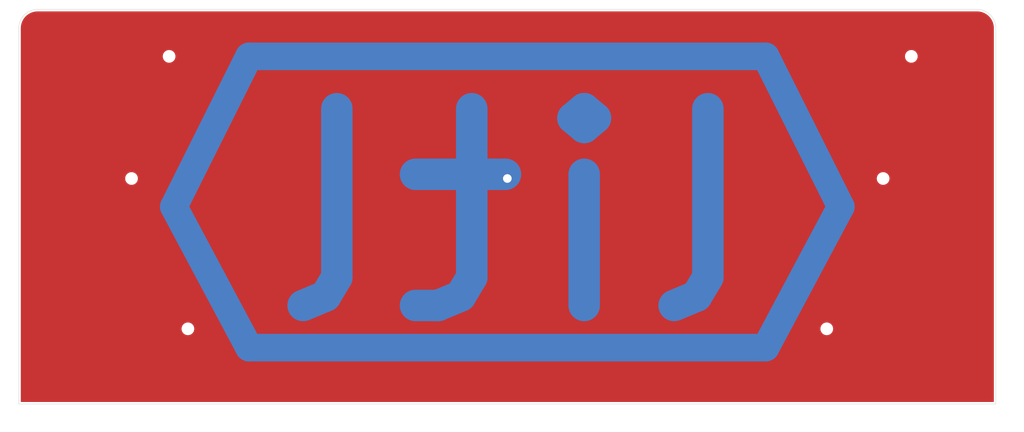
<source format=kicad_pcb>
(kicad_pcb (version 20211014) (generator pcbnew)
  (layers (0 "F.Cu" signal) (31 "B.Cu" signal) (34 "B.Paste" user) (35 "F.Paste" user) (36 "B.SilkS" user "B.Silkscreen") (37 "F.SilkS" user "F.Silkscreen") (38 "B.Mask" user) (39 "F.Mask" user) (44 "Edge.Cuts" user))
  (net 0 "")
  (footprint "MountingHole:MountingHole_2.2mm_M2" (layer "F.Cu") (at 241.1375 71.625)
    (fp_text reference "REF**" hide)
    (fp_text value "MountingHole_2.2mm_M2")
    (pad "" np_thru_hole circle locked (at 0 0) (size 2.2 2.2) (drill 2.2) (layers *.Cu *.Mask))
  )
  (footprint "MountingHole:MountingHole_2.2mm_M2" (layer "F.Cu") (at 64.4625 109.825)
    (fp_text reference "REF**" hide)
    (fp_text value "MountingHole_2.2mm_M2")
    (pad "" np_thru_hole circle locked (at 0 0) (size 2.2 2.2) (drill 2.2) (layers *.Cu *.Mask))
  )
  (footprint "MountingHole:MountingHole_2.2mm_M2" (layer "F.Cu") (at 248.3 40.5875)
    (fp_text reference "REF**" hide)
    (fp_text value "MountingHole_2.2mm_M2")
    (pad "" np_thru_hole circle locked (at 0 0) (size 2.2 2.2) (drill 2.2) (layers *.Cu *.Mask))
  )
  (footprint "MountingHole:MountingHole_2.2mm_M2" (layer "F.Cu") (at 59.6875 40.5875)
    (fp_text reference "REF**" hide)
    (fp_text value "MountingHole_2.2mm_M2")
    (pad "" np_thru_hole circle locked (at 0 0) (size 2.2 2.2) (drill 2.2) (layers *.Cu *.Mask))
  )
  (footprint "MountingHole:MountingHole_2.2mm_M2" (layer "F.Cu") (at 145.6375 71.625)
    (fp_text reference "REF**" hide)
    (fp_text value "MountingHole_2.2mm_M2")
    (pad "" np_thru_hole circle locked (at 0 0) (size 2.2 2.2) (drill 2.2) (layers *.Cu *.Mask))
  )
  (footprint "MountingHole:MountingHole_2.2mm_M2" (layer "F.Cu") (at 226.8125 109.825)
    (fp_text reference "REF**" hide)
    (fp_text value "MountingHole_2.2mm_M2")
    (pad "" np_thru_hole circle locked (at 0 0) (size 2.2 2.2) (drill 2.2) (layers *.Cu *.Mask))
  )
  (footprint "MountingHole:MountingHole_2.2mm_M2" (layer "F.Cu") (at 50.1375 71.625)
    (fp_text reference "REF**" hide)
    (fp_text value "MountingHole_2.2mm_M2")
    (pad "" np_thru_hole circle locked (at 0 0) (size 2.2 2.2) (drill 2.2) (layers *.Cu *.Mask))
  )
  (gr_line (start 211.29375 40.5875) (end 230.39375 78.7875) (layer "B.Cu") (width 7))
  (gr_line (start 60.88125 78.7875) (end 79.98125 40.5875) (layer "B.Cu") (width 7))
  (gr_line (start 79.98125 40.5875) (end 211.29375 40.5875) (layer "B.Cu") (width 7))
  (gr_line (start 79.98125 114.6) (end 60.88125 78.7875) (layer "B.Cu") (width 7))
  (gr_line (start 230.39375 78.7875) (end 211.29375 114.6) (layer "B.Cu") (width 7))
  (gr_line (start 211.29375 114.6) (end 79.98125 114.6) (layer "B.Cu") (width 7))
  (gr_arc (start 265.0125 28.65) (mid 268.388935 30.048565) (end 269.7875 33.425) (layer "Edge.Cuts") (width 0.1))
  (gr_line (start 21.4875 35.8125) (end 21.4875 128.925) (layer "Edge.Cuts") (width 0.1))
  (gr_line (start 269.7875 33.425) (end 269.7875 128.925) (layer "Edge.Cuts") (width 0.1))
  (gr_line (start 21.4875 35.8125) (end 21.4875 33.425) (layer "Edge.Cuts") (width 0.1))
  (gr_line (start 269.7875 128.925) (end 21.4875 128.925) (layer "Edge.Cuts") (width 0.1))
  (gr_line (start 265.0125 28.65) (end 26.2625 28.65) (layer "Edge.Cuts") (width 0.1))
  (gr_arc (start 21.4875 33.425) (mid 22.886065 30.048565) (end 26.2625 28.65) (layer "Edge.Cuts") (width 0.1))
  (gr_text "litl" (at 148.025 81.175) (layer "B.Cu") (effects (font (size 50 60) (thickness 8)) (justify mirror)))
  (zone (net 0) (net_name "") (layer "F.Cu") (connect_pads (clearance 0.508)) (min_thickness 0.254) (fill yes (thermal_gap 0.508) (thermal_bridge_width 0.508))
    (polygon (pts (xy 276.95 131.3125) (xy 19.1 136.0875) (xy 16.7125 26.2625) (xy 272.175 26.2625)))
  )
)
</source>
